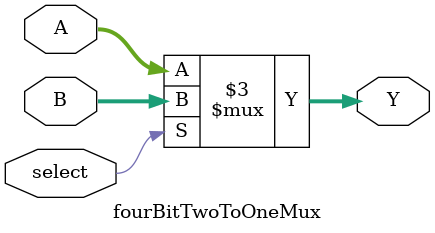
<source format=v>



module fourBitTwoToOneMux(
                  input [31:0] A,
                  input [31:0] B,
                  input select,
                  output reg [31:0] Y);

    always @(select, A, B)
    begin
        Y = (select == 1'b0) ? A : B;
    end 
endmodule

</source>
